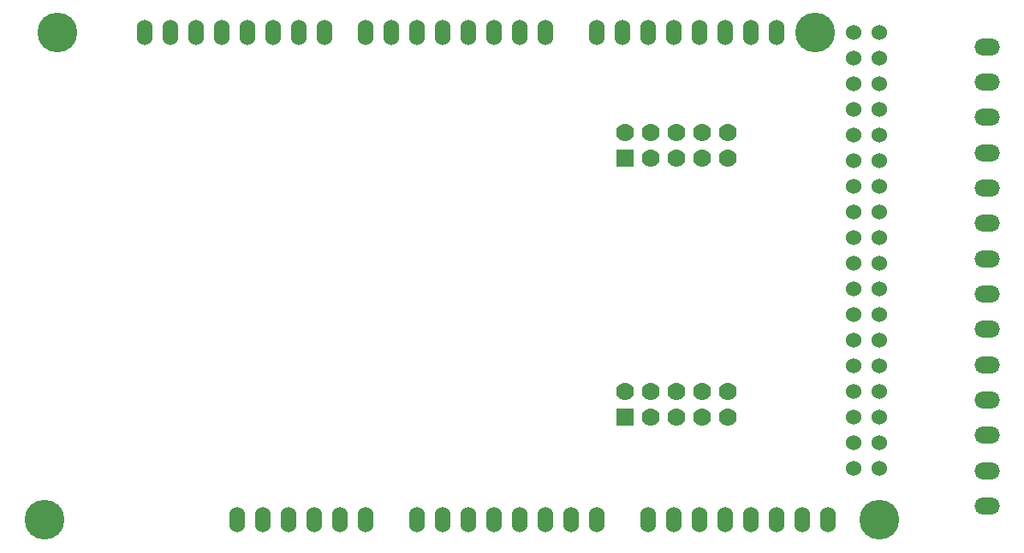
<source format=gbs>
G04 (created by PCBNEW (2013-jul-07)-stable) date Wed 24 Jun 2015 12:25:48 PM PDT*
%MOIN*%
G04 Gerber Fmt 3.4, Leading zero omitted, Abs format*
%FSLAX34Y34*%
G01*
G70*
G90*
G04 APERTURE LIST*
%ADD10C,0.00590551*%
%ADD11O,0.1X0.065*%
%ADD12R,0.07X0.07*%
%ADD13C,0.07*%
%ADD14O,0.06X0.1*%
%ADD15C,0.155*%
%ADD16C,0.06*%
G04 APERTURE END LIST*
G54D10*
G54D11*
X86700Y-52550D03*
X86700Y-51173D03*
X86700Y-49796D03*
X86700Y-48419D03*
X86700Y-47042D03*
X86700Y-45665D03*
X86700Y-44288D03*
X86700Y-42911D03*
X86700Y-41534D03*
X86700Y-40157D03*
X86700Y-37403D03*
X86700Y-38780D03*
X86700Y-36026D03*
X86700Y-34649D03*
G54D12*
X72600Y-39000D03*
G54D13*
X72600Y-38000D03*
X73600Y-39000D03*
X73600Y-38000D03*
X74600Y-39000D03*
X74600Y-38000D03*
X75600Y-39000D03*
X75600Y-38000D03*
X76600Y-39000D03*
X76600Y-38000D03*
G54D12*
X72600Y-49100D03*
G54D13*
X72600Y-48100D03*
X73600Y-49100D03*
X73600Y-48100D03*
X74600Y-49100D03*
X74600Y-48100D03*
X75600Y-49100D03*
X75600Y-48100D03*
X76600Y-49100D03*
X76600Y-48100D03*
G54D14*
X71500Y-34100D03*
X72500Y-34100D03*
X73500Y-34100D03*
X74500Y-34100D03*
X75500Y-34100D03*
X76500Y-34100D03*
X77500Y-34100D03*
X78500Y-34100D03*
X80500Y-53100D03*
X79500Y-53100D03*
X78500Y-53100D03*
X77500Y-53100D03*
X73500Y-53100D03*
X71500Y-53100D03*
X70500Y-53100D03*
X74500Y-53100D03*
X75500Y-53100D03*
X76500Y-53100D03*
X69500Y-53100D03*
X68500Y-53100D03*
X67500Y-53100D03*
X64500Y-53100D03*
X65500Y-53100D03*
X66500Y-53100D03*
X62500Y-53100D03*
X61500Y-53100D03*
X60500Y-53100D03*
X58500Y-53100D03*
X57500Y-53100D03*
X69500Y-34100D03*
X68500Y-34100D03*
X67500Y-34100D03*
X66500Y-34100D03*
X65500Y-34100D03*
X64500Y-34100D03*
X63500Y-34100D03*
X62500Y-34100D03*
X60900Y-34100D03*
X59900Y-34100D03*
X58900Y-34100D03*
X57900Y-34100D03*
X56900Y-34100D03*
X55900Y-34100D03*
X54900Y-34100D03*
X53900Y-34100D03*
X59500Y-53100D03*
G54D15*
X82500Y-53100D03*
X80000Y-34100D03*
X50500Y-34100D03*
X50000Y-53100D03*
G54D16*
X81500Y-35100D03*
X82500Y-35100D03*
X81500Y-36100D03*
X82500Y-36100D03*
X81500Y-37100D03*
X82500Y-37100D03*
X81500Y-38100D03*
X82500Y-38100D03*
X81500Y-34100D03*
X82500Y-34100D03*
X82500Y-39100D03*
X81500Y-39100D03*
X81500Y-40100D03*
X82500Y-40100D03*
X81500Y-41100D03*
X82500Y-41100D03*
X81500Y-42100D03*
X82500Y-42100D03*
X81500Y-43100D03*
X82500Y-43100D03*
X81500Y-44100D03*
X82500Y-44100D03*
X81500Y-45100D03*
X82500Y-45100D03*
X81500Y-46100D03*
X82500Y-46100D03*
X81500Y-47100D03*
X82500Y-47100D03*
X81500Y-48100D03*
X82500Y-48100D03*
X81500Y-49100D03*
X82500Y-49100D03*
X81500Y-50100D03*
X82500Y-50100D03*
X81500Y-51100D03*
X82500Y-51100D03*
M02*

</source>
